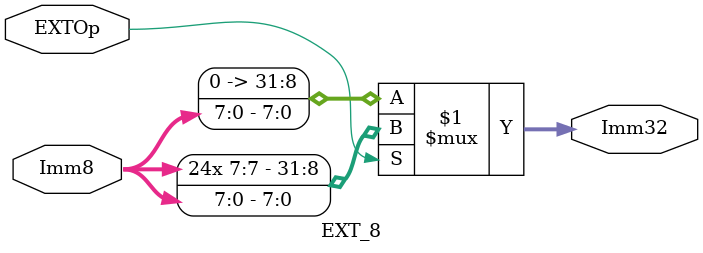
<source format=v>
module EXT( Imm16, EXTOp, Imm32 );
    
   input  [15:0] Imm16;
   input         EXTOp;
   output [31:0] Imm32;
   
   assign Imm32 = (EXTOp) ? {{16{Imm16[15]}}, Imm16} : {16'd0, Imm16}; // signed-extension符号拓展 or zero extension零拓展
       
endmodule

//8位的符号拓展 用以拓展字节使用
module EXT_8( Imm8, EXTOp, Imm32 );
    
   input  [7:0] Imm8;
   input         EXTOp;
   output [31:0] Imm32;
   
   assign Imm32 = (EXTOp) ? {{24{Imm8[7]}}, Imm8} : {24'd0, Imm8}; // signed-extension符号拓展 or zero extension零拓展
       
endmodule
</source>
